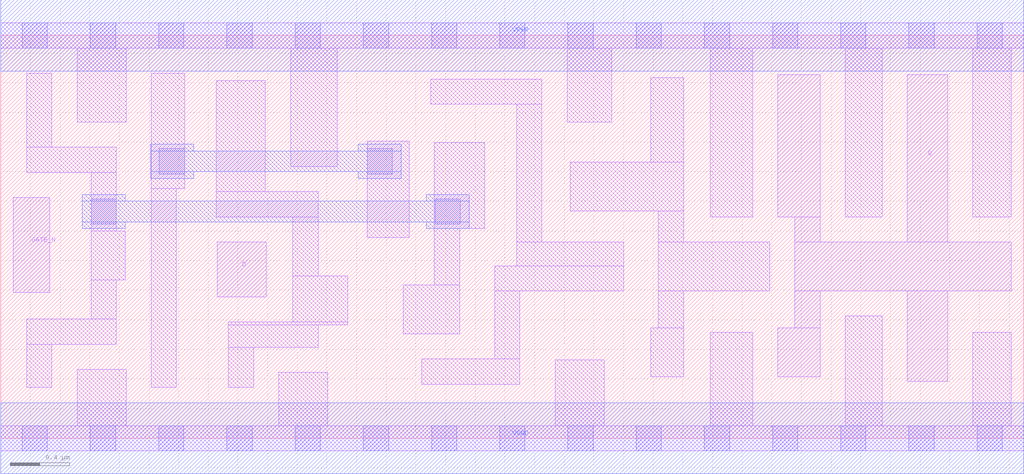
<source format=lef>
# Copyright 2020 The SkyWater PDK Authors
#
# Licensed under the Apache License, Version 2.0 (the "License");
# you may not use this file except in compliance with the License.
# You may obtain a copy of the License at
#
#     https://www.apache.org/licenses/LICENSE-2.0
#
# Unless required by applicable law or agreed to in writing, software
# distributed under the License is distributed on an "AS IS" BASIS,
# WITHOUT WARRANTIES OR CONDITIONS OF ANY KIND, either express or implied.
# See the License for the specific language governing permissions and
# limitations under the License.
#
# SPDX-License-Identifier: Apache-2.0

VERSION 5.7 ;
  NOWIREEXTENSIONATPIN ON ;
  DIVIDERCHAR "/" ;
  BUSBITCHARS "[]" ;
UNITS
  DATABASE MICRONS 200 ;
END UNITS
MACRO sky130_fd_sc_hd__dlxtn_4
  CLASS CORE ;
  FOREIGN sky130_fd_sc_hd__dlxtn_4 ;
  ORIGIN  0.000000  0.000000 ;
  SIZE  6.900000 BY  2.720000 ;
  SYMMETRY X Y R90 ;
  SITE unithd ;
  PIN D
    ANTENNAGATEAREA  0.159000 ;
    DIRECTION INPUT ;
    USE SIGNAL ;
    PORT
      LAYER li1 ;
        RECT 1.460000 0.955000 1.790000 1.325000 ;
    END
  END D
  PIN Q
    ANTENNADIFFAREA  0.924000 ;
    DIRECTION OUTPUT ;
    USE SIGNAL ;
    PORT
      LAYER li1 ;
        RECT 5.240000 0.415000 5.525000 0.745000 ;
        RECT 5.240000 1.495000 5.525000 2.455000 ;
        RECT 5.355000 0.745000 5.525000 0.995000 ;
        RECT 5.355000 0.995000 6.815000 1.325000 ;
        RECT 5.355000 1.325000 5.525000 1.495000 ;
        RECT 6.115000 0.385000 6.385000 0.995000 ;
        RECT 6.115000 1.325000 6.385000 2.455000 ;
    END
  END Q
  PIN GATE_N
    ANTENNAGATEAREA  0.159000 ;
    DIRECTION INPUT ;
    USE CLOCK ;
    PORT
      LAYER li1 ;
        RECT 0.085000 0.985000 0.330000 1.625000 ;
    END
  END GATE_N
  PIN VGND
    DIRECTION INOUT ;
    SHAPE ABUTMENT ;
    USE GROUND ;
    PORT
      LAYER met1 ;
        RECT 0.000000 -0.240000 6.900000 0.240000 ;
    END
  END VGND
  PIN VPWR
    DIRECTION INOUT ;
    SHAPE ABUTMENT ;
    USE POWER ;
    PORT
      LAYER met1 ;
        RECT 0.000000 2.480000 6.900000 2.960000 ;
    END
  END VPWR
  OBS
    LAYER li1 ;
      RECT 0.000000 -0.085000 6.900000 0.085000 ;
      RECT 0.000000  2.635000 6.900000 2.805000 ;
      RECT 0.175000  0.345000 0.345000 0.635000 ;
      RECT 0.175000  0.635000 0.780000 0.805000 ;
      RECT 0.175000  1.795000 0.780000 1.965000 ;
      RECT 0.175000  1.965000 0.345000 2.465000 ;
      RECT 0.515000  0.085000 0.845000 0.465000 ;
      RECT 0.515000  2.135000 0.845000 2.635000 ;
      RECT 0.610000  0.805000 0.780000 1.070000 ;
      RECT 0.610000  1.070000 0.840000 1.400000 ;
      RECT 0.610000  1.400000 0.780000 1.795000 ;
      RECT 1.015000  0.345000 1.185000 1.685000 ;
      RECT 1.015000  1.685000 1.240000 2.465000 ;
      RECT 1.455000  1.495000 2.140000 1.665000 ;
      RECT 1.455000  1.665000 1.785000 2.415000 ;
      RECT 1.535000  0.345000 1.705000 0.615000 ;
      RECT 1.535000  0.615000 2.140000 0.765000 ;
      RECT 1.535000  0.765000 2.340000 0.785000 ;
      RECT 1.875000  0.085000 2.205000 0.445000 ;
      RECT 1.955000  1.835000 2.270000 2.635000 ;
      RECT 1.970000  0.785000 2.340000 1.095000 ;
      RECT 1.970000  1.095000 2.140000 1.495000 ;
      RECT 2.470000  1.355000 2.755000 2.005000 ;
      RECT 2.715000  0.705000 3.095000 1.035000 ;
      RECT 2.840000  0.365000 3.500000 0.535000 ;
      RECT 2.900000  2.255000 3.650000 2.425000 ;
      RECT 2.925000  1.035000 3.095000 1.415000 ;
      RECT 2.925000  1.415000 3.265000 1.995000 ;
      RECT 3.330000  0.535000 3.500000 0.995000 ;
      RECT 3.330000  0.995000 4.200000 1.165000 ;
      RECT 3.480000  1.165000 4.200000 1.325000 ;
      RECT 3.480000  1.325000 3.650000 2.255000 ;
      RECT 3.740000  0.085000 4.070000 0.530000 ;
      RECT 3.820000  2.135000 4.120000 2.635000 ;
      RECT 3.840000  1.535000 4.605000 1.865000 ;
      RECT 4.385000  0.415000 4.605000 0.745000 ;
      RECT 4.385000  1.865000 4.605000 2.435000 ;
      RECT 4.435000  0.745000 4.605000 0.995000 ;
      RECT 4.435000  0.995000 5.185000 1.325000 ;
      RECT 4.435000  1.325000 4.605000 1.535000 ;
      RECT 4.785000  0.085000 5.070000 0.715000 ;
      RECT 4.785000  1.495000 5.070000 2.635000 ;
      RECT 5.695000  0.085000 5.945000 0.825000 ;
      RECT 5.695000  1.495000 5.945000 2.635000 ;
      RECT 6.555000  0.085000 6.815000 0.715000 ;
      RECT 6.555000  1.495000 6.815000 2.635000 ;
    LAYER mcon ;
      RECT 0.145000 -0.085000 0.315000 0.085000 ;
      RECT 0.145000  2.635000 0.315000 2.805000 ;
      RECT 0.605000 -0.085000 0.775000 0.085000 ;
      RECT 0.605000  2.635000 0.775000 2.805000 ;
      RECT 0.610000  1.445000 0.780000 1.615000 ;
      RECT 1.065000 -0.085000 1.235000 0.085000 ;
      RECT 1.065000  2.635000 1.235000 2.805000 ;
      RECT 1.070000  1.785000 1.240000 1.955000 ;
      RECT 1.525000 -0.085000 1.695000 0.085000 ;
      RECT 1.525000  2.635000 1.695000 2.805000 ;
      RECT 1.985000 -0.085000 2.155000 0.085000 ;
      RECT 1.985000  2.635000 2.155000 2.805000 ;
      RECT 2.445000 -0.085000 2.615000 0.085000 ;
      RECT 2.445000  2.635000 2.615000 2.805000 ;
      RECT 2.470000  1.785000 2.640000 1.955000 ;
      RECT 2.905000 -0.085000 3.075000 0.085000 ;
      RECT 2.905000  2.635000 3.075000 2.805000 ;
      RECT 2.930000  1.445000 3.100000 1.615000 ;
      RECT 3.365000 -0.085000 3.535000 0.085000 ;
      RECT 3.365000  2.635000 3.535000 2.805000 ;
      RECT 3.825000 -0.085000 3.995000 0.085000 ;
      RECT 3.825000  2.635000 3.995000 2.805000 ;
      RECT 4.285000 -0.085000 4.455000 0.085000 ;
      RECT 4.285000  2.635000 4.455000 2.805000 ;
      RECT 4.745000 -0.085000 4.915000 0.085000 ;
      RECT 4.745000  2.635000 4.915000 2.805000 ;
      RECT 5.205000 -0.085000 5.375000 0.085000 ;
      RECT 5.205000  2.635000 5.375000 2.805000 ;
      RECT 5.665000 -0.085000 5.835000 0.085000 ;
      RECT 5.665000  2.635000 5.835000 2.805000 ;
      RECT 6.125000 -0.085000 6.295000 0.085000 ;
      RECT 6.125000  2.635000 6.295000 2.805000 ;
      RECT 6.585000 -0.085000 6.755000 0.085000 ;
      RECT 6.585000  2.635000 6.755000 2.805000 ;
    LAYER met1 ;
      RECT 0.550000 1.415000 0.840000 1.460000 ;
      RECT 0.550000 1.460000 3.160000 1.600000 ;
      RECT 0.550000 1.600000 0.840000 1.645000 ;
      RECT 1.010000 1.755000 1.300000 1.800000 ;
      RECT 1.010000 1.800000 2.700000 1.940000 ;
      RECT 1.010000 1.940000 1.300000 1.985000 ;
      RECT 2.410000 1.755000 2.700000 1.800000 ;
      RECT 2.410000 1.940000 2.700000 1.985000 ;
      RECT 2.870000 1.415000 3.160000 1.460000 ;
      RECT 2.870000 1.600000 3.160000 1.645000 ;
  END
END sky130_fd_sc_hd__dlxtn_4
END LIBRARY

</source>
